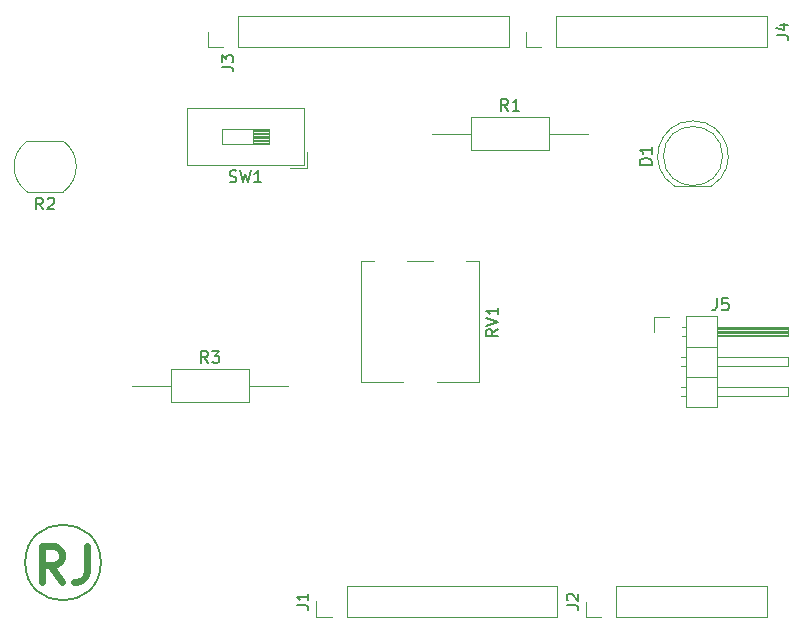
<source format=gbr>
%TF.GenerationSoftware,KiCad,Pcbnew,7.0.10*%
%TF.CreationDate,2024-09-09T18:41:44-04:00*%
%TF.ProjectId,Shield,53686965-6c64-42e6-9b69-6361645f7063,rev?*%
%TF.SameCoordinates,Original*%
%TF.FileFunction,Legend,Top*%
%TF.FilePolarity,Positive*%
%FSLAX46Y46*%
G04 Gerber Fmt 4.6, Leading zero omitted, Abs format (unit mm)*
G04 Created by KiCad (PCBNEW 7.0.10) date 2024-09-09 18:41:44*
%MOMM*%
%LPD*%
G01*
G04 APERTURE LIST*
%ADD10C,0.150000*%
%ADD11C,0.600000*%
%ADD12C,0.153000*%
%ADD13C,0.120000*%
G04 APERTURE END LIST*
D10*
X108412335Y-94285000D02*
G75*
G03*
X102001665Y-94285000I-3205335J0D01*
G01*
X102001665Y-94285000D02*
G75*
G03*
X108412335Y-94285000I3205335J0D01*
G01*
D11*
X105109307Y-95918657D02*
X104109307Y-94490085D01*
X103395021Y-95918657D02*
X103395021Y-92918657D01*
X103395021Y-92918657D02*
X104537878Y-92918657D01*
X104537878Y-92918657D02*
X104823593Y-93061514D01*
X104823593Y-93061514D02*
X104966450Y-93204371D01*
X104966450Y-93204371D02*
X105109307Y-93490085D01*
X105109307Y-93490085D02*
X105109307Y-93918657D01*
X105109307Y-93918657D02*
X104966450Y-94204371D01*
X104966450Y-94204371D02*
X104823593Y-94347228D01*
X104823593Y-94347228D02*
X104537878Y-94490085D01*
X104537878Y-94490085D02*
X103395021Y-94490085D01*
X107252164Y-92918657D02*
X107252164Y-95061514D01*
X107252164Y-95061514D02*
X107109307Y-95490085D01*
X107109307Y-95490085D02*
X106823593Y-95775800D01*
X106823593Y-95775800D02*
X106395021Y-95918657D01*
X106395021Y-95918657D02*
X106109307Y-95918657D01*
D12*
X165621663Y-49660333D02*
X166335948Y-49660333D01*
X166335948Y-49660333D02*
X166478805Y-49707952D01*
X166478805Y-49707952D02*
X166574044Y-49803190D01*
X166574044Y-49803190D02*
X166621663Y-49946047D01*
X166621663Y-49946047D02*
X166621663Y-50041285D01*
X165954996Y-48755571D02*
X166621663Y-48755571D01*
X165574044Y-48993666D02*
X166288329Y-49231761D01*
X166288329Y-49231761D02*
X166288329Y-48612714D01*
X118631663Y-52327333D02*
X119345948Y-52327333D01*
X119345948Y-52327333D02*
X119488805Y-52374952D01*
X119488805Y-52374952D02*
X119584044Y-52470190D01*
X119584044Y-52470190D02*
X119631663Y-52613047D01*
X119631663Y-52613047D02*
X119631663Y-52708285D01*
X118631663Y-51946380D02*
X118631663Y-51327333D01*
X118631663Y-51327333D02*
X119012615Y-51660666D01*
X119012615Y-51660666D02*
X119012615Y-51517809D01*
X119012615Y-51517809D02*
X119060234Y-51422571D01*
X119060234Y-51422571D02*
X119107853Y-51374952D01*
X119107853Y-51374952D02*
X119203091Y-51327333D01*
X119203091Y-51327333D02*
X119441186Y-51327333D01*
X119441186Y-51327333D02*
X119536424Y-51374952D01*
X119536424Y-51374952D02*
X119584044Y-51422571D01*
X119584044Y-51422571D02*
X119631663Y-51517809D01*
X119631663Y-51517809D02*
X119631663Y-51803523D01*
X119631663Y-51803523D02*
X119584044Y-51898761D01*
X119584044Y-51898761D02*
X119536424Y-51946380D01*
X147841663Y-97920333D02*
X148555948Y-97920333D01*
X148555948Y-97920333D02*
X148698805Y-97967952D01*
X148698805Y-97967952D02*
X148794044Y-98063190D01*
X148794044Y-98063190D02*
X148841663Y-98206047D01*
X148841663Y-98206047D02*
X148841663Y-98301285D01*
X147936901Y-97491761D02*
X147889282Y-97444142D01*
X147889282Y-97444142D02*
X147841663Y-97348904D01*
X147841663Y-97348904D02*
X147841663Y-97110809D01*
X147841663Y-97110809D02*
X147889282Y-97015571D01*
X147889282Y-97015571D02*
X147936901Y-96967952D01*
X147936901Y-96967952D02*
X148032139Y-96920333D01*
X148032139Y-96920333D02*
X148127377Y-96920333D01*
X148127377Y-96920333D02*
X148270234Y-96967952D01*
X148270234Y-96967952D02*
X148841663Y-97539380D01*
X148841663Y-97539380D02*
X148841663Y-96920333D01*
X124981663Y-97920333D02*
X125695948Y-97920333D01*
X125695948Y-97920333D02*
X125838805Y-97967952D01*
X125838805Y-97967952D02*
X125934044Y-98063190D01*
X125934044Y-98063190D02*
X125981663Y-98206047D01*
X125981663Y-98206047D02*
X125981663Y-98301285D01*
X125981663Y-96920333D02*
X125981663Y-97491761D01*
X125981663Y-97206047D02*
X124981663Y-97206047D01*
X124981663Y-97206047D02*
X125124520Y-97301285D01*
X125124520Y-97301285D02*
X125219758Y-97396523D01*
X125219758Y-97396523D02*
X125267377Y-97491761D01*
X117486333Y-77383663D02*
X117153000Y-76907472D01*
X116914905Y-77383663D02*
X116914905Y-76383663D01*
X116914905Y-76383663D02*
X117295857Y-76383663D01*
X117295857Y-76383663D02*
X117391095Y-76431282D01*
X117391095Y-76431282D02*
X117438714Y-76478901D01*
X117438714Y-76478901D02*
X117486333Y-76574139D01*
X117486333Y-76574139D02*
X117486333Y-76716996D01*
X117486333Y-76716996D02*
X117438714Y-76812234D01*
X117438714Y-76812234D02*
X117391095Y-76859853D01*
X117391095Y-76859853D02*
X117295857Y-76907472D01*
X117295857Y-76907472D02*
X116914905Y-76907472D01*
X117819667Y-76383663D02*
X118438714Y-76383663D01*
X118438714Y-76383663D02*
X118105381Y-76764615D01*
X118105381Y-76764615D02*
X118248238Y-76764615D01*
X118248238Y-76764615D02*
X118343476Y-76812234D01*
X118343476Y-76812234D02*
X118391095Y-76859853D01*
X118391095Y-76859853D02*
X118438714Y-76955091D01*
X118438714Y-76955091D02*
X118438714Y-77193186D01*
X118438714Y-77193186D02*
X118391095Y-77288424D01*
X118391095Y-77288424D02*
X118343476Y-77336044D01*
X118343476Y-77336044D02*
X118248238Y-77383663D01*
X118248238Y-77383663D02*
X117962524Y-77383663D01*
X117962524Y-77383663D02*
X117867286Y-77336044D01*
X117867286Y-77336044D02*
X117819667Y-77288424D01*
X155041663Y-60611094D02*
X154041663Y-60611094D01*
X154041663Y-60611094D02*
X154041663Y-60372999D01*
X154041663Y-60372999D02*
X154089282Y-60230142D01*
X154089282Y-60230142D02*
X154184520Y-60134904D01*
X154184520Y-60134904D02*
X154279758Y-60087285D01*
X154279758Y-60087285D02*
X154470234Y-60039666D01*
X154470234Y-60039666D02*
X154613091Y-60039666D01*
X154613091Y-60039666D02*
X154803567Y-60087285D01*
X154803567Y-60087285D02*
X154898805Y-60134904D01*
X154898805Y-60134904D02*
X154994044Y-60230142D01*
X154994044Y-60230142D02*
X155041663Y-60372999D01*
X155041663Y-60372999D02*
X155041663Y-60611094D01*
X155041663Y-59087285D02*
X155041663Y-59658713D01*
X155041663Y-59372999D02*
X154041663Y-59372999D01*
X154041663Y-59372999D02*
X154184520Y-59468237D01*
X154184520Y-59468237D02*
X154279758Y-59563475D01*
X154279758Y-59563475D02*
X154327377Y-59658713D01*
X160566666Y-71911663D02*
X160566666Y-72625948D01*
X160566666Y-72625948D02*
X160519047Y-72768805D01*
X160519047Y-72768805D02*
X160423809Y-72864044D01*
X160423809Y-72864044D02*
X160280952Y-72911663D01*
X160280952Y-72911663D02*
X160185714Y-72911663D01*
X161519047Y-71911663D02*
X161042857Y-71911663D01*
X161042857Y-71911663D02*
X160995238Y-72387853D01*
X160995238Y-72387853D02*
X161042857Y-72340234D01*
X161042857Y-72340234D02*
X161138095Y-72292615D01*
X161138095Y-72292615D02*
X161376190Y-72292615D01*
X161376190Y-72292615D02*
X161471428Y-72340234D01*
X161471428Y-72340234D02*
X161519047Y-72387853D01*
X161519047Y-72387853D02*
X161566666Y-72483091D01*
X161566666Y-72483091D02*
X161566666Y-72721186D01*
X161566666Y-72721186D02*
X161519047Y-72816424D01*
X161519047Y-72816424D02*
X161471428Y-72864044D01*
X161471428Y-72864044D02*
X161376190Y-72911663D01*
X161376190Y-72911663D02*
X161138095Y-72911663D01*
X161138095Y-72911663D02*
X161042857Y-72864044D01*
X161042857Y-72864044D02*
X160995238Y-72816424D01*
X119325167Y-62044044D02*
X119468024Y-62091663D01*
X119468024Y-62091663D02*
X119706119Y-62091663D01*
X119706119Y-62091663D02*
X119801357Y-62044044D01*
X119801357Y-62044044D02*
X119848976Y-61996424D01*
X119848976Y-61996424D02*
X119896595Y-61901186D01*
X119896595Y-61901186D02*
X119896595Y-61805948D01*
X119896595Y-61805948D02*
X119848976Y-61710710D01*
X119848976Y-61710710D02*
X119801357Y-61663091D01*
X119801357Y-61663091D02*
X119706119Y-61615472D01*
X119706119Y-61615472D02*
X119515643Y-61567853D01*
X119515643Y-61567853D02*
X119420405Y-61520234D01*
X119420405Y-61520234D02*
X119372786Y-61472615D01*
X119372786Y-61472615D02*
X119325167Y-61377377D01*
X119325167Y-61377377D02*
X119325167Y-61282139D01*
X119325167Y-61282139D02*
X119372786Y-61186901D01*
X119372786Y-61186901D02*
X119420405Y-61139282D01*
X119420405Y-61139282D02*
X119515643Y-61091663D01*
X119515643Y-61091663D02*
X119753738Y-61091663D01*
X119753738Y-61091663D02*
X119896595Y-61139282D01*
X120229929Y-61091663D02*
X120468024Y-62091663D01*
X120468024Y-62091663D02*
X120658500Y-61377377D01*
X120658500Y-61377377D02*
X120848976Y-62091663D01*
X120848976Y-62091663D02*
X121087072Y-61091663D01*
X121991833Y-62091663D02*
X121420405Y-62091663D01*
X121706119Y-62091663D02*
X121706119Y-61091663D01*
X121706119Y-61091663D02*
X121610881Y-61234520D01*
X121610881Y-61234520D02*
X121515643Y-61329758D01*
X121515643Y-61329758D02*
X121420405Y-61377377D01*
X142886333Y-56047663D02*
X142553000Y-55571472D01*
X142314905Y-56047663D02*
X142314905Y-55047663D01*
X142314905Y-55047663D02*
X142695857Y-55047663D01*
X142695857Y-55047663D02*
X142791095Y-55095282D01*
X142791095Y-55095282D02*
X142838714Y-55142901D01*
X142838714Y-55142901D02*
X142886333Y-55238139D01*
X142886333Y-55238139D02*
X142886333Y-55380996D01*
X142886333Y-55380996D02*
X142838714Y-55476234D01*
X142838714Y-55476234D02*
X142791095Y-55523853D01*
X142791095Y-55523853D02*
X142695857Y-55571472D01*
X142695857Y-55571472D02*
X142314905Y-55571472D01*
X143838714Y-56047663D02*
X143267286Y-56047663D01*
X143553000Y-56047663D02*
X143553000Y-55047663D01*
X143553000Y-55047663D02*
X143457762Y-55190520D01*
X143457762Y-55190520D02*
X143362524Y-55285758D01*
X143362524Y-55285758D02*
X143267286Y-55333377D01*
X103516333Y-64386663D02*
X103183000Y-63910472D01*
X102944905Y-64386663D02*
X102944905Y-63386663D01*
X102944905Y-63386663D02*
X103325857Y-63386663D01*
X103325857Y-63386663D02*
X103421095Y-63434282D01*
X103421095Y-63434282D02*
X103468714Y-63481901D01*
X103468714Y-63481901D02*
X103516333Y-63577139D01*
X103516333Y-63577139D02*
X103516333Y-63719996D01*
X103516333Y-63719996D02*
X103468714Y-63815234D01*
X103468714Y-63815234D02*
X103421095Y-63862853D01*
X103421095Y-63862853D02*
X103325857Y-63910472D01*
X103325857Y-63910472D02*
X102944905Y-63910472D01*
X103897286Y-63481901D02*
X103944905Y-63434282D01*
X103944905Y-63434282D02*
X104040143Y-63386663D01*
X104040143Y-63386663D02*
X104278238Y-63386663D01*
X104278238Y-63386663D02*
X104373476Y-63434282D01*
X104373476Y-63434282D02*
X104421095Y-63481901D01*
X104421095Y-63481901D02*
X104468714Y-63577139D01*
X104468714Y-63577139D02*
X104468714Y-63672377D01*
X104468714Y-63672377D02*
X104421095Y-63815234D01*
X104421095Y-63815234D02*
X103849667Y-64386663D01*
X103849667Y-64386663D02*
X104468714Y-64386663D01*
X142037663Y-74513238D02*
X141561472Y-74846571D01*
X142037663Y-75084666D02*
X141037663Y-75084666D01*
X141037663Y-75084666D02*
X141037663Y-74703714D01*
X141037663Y-74703714D02*
X141085282Y-74608476D01*
X141085282Y-74608476D02*
X141132901Y-74560857D01*
X141132901Y-74560857D02*
X141228139Y-74513238D01*
X141228139Y-74513238D02*
X141370996Y-74513238D01*
X141370996Y-74513238D02*
X141466234Y-74560857D01*
X141466234Y-74560857D02*
X141513853Y-74608476D01*
X141513853Y-74608476D02*
X141561472Y-74703714D01*
X141561472Y-74703714D02*
X141561472Y-75084666D01*
X141037663Y-74227523D02*
X142037663Y-73894190D01*
X142037663Y-73894190D02*
X141037663Y-73560857D01*
X142037663Y-72703714D02*
X142037663Y-73275142D01*
X142037663Y-72989428D02*
X141037663Y-72989428D01*
X141037663Y-72989428D02*
X141180520Y-73084666D01*
X141180520Y-73084666D02*
X141275758Y-73179904D01*
X141275758Y-73179904D02*
X141323377Y-73275142D01*
D13*
%TO.C,J4*%
X146990000Y-50657000D02*
X146990000Y-47997000D01*
X164830000Y-50657000D02*
X164830000Y-47997000D01*
X146990000Y-50657000D02*
X164830000Y-50657000D01*
X145720000Y-50657000D02*
X144390000Y-50657000D01*
X146990000Y-47997000D02*
X164830000Y-47997000D01*
X144390000Y-50657000D02*
X144390000Y-49327000D01*
%TO.C,J3*%
X118796000Y-50657000D02*
X117466000Y-50657000D01*
X120066000Y-47997000D02*
X142986000Y-47997000D01*
X120066000Y-50657000D02*
X142986000Y-50657000D01*
X117466000Y-50657000D02*
X117466000Y-49327000D01*
X120066000Y-50657000D02*
X120066000Y-47997000D01*
X142986000Y-50657000D02*
X142986000Y-47997000D01*
%TO.C,J2*%
X152070000Y-98917000D02*
X164830000Y-98917000D01*
X150800000Y-98917000D02*
X149470000Y-98917000D01*
X149470000Y-98917000D02*
X149470000Y-97587000D01*
X152070000Y-98917000D02*
X152070000Y-96257000D01*
X164830000Y-98917000D02*
X164830000Y-96257000D01*
X152070000Y-96257000D02*
X164830000Y-96257000D01*
%TO.C,J1*%
X129225000Y-98892000D02*
X129225000Y-96232000D01*
X147065000Y-98892000D02*
X147065000Y-96232000D01*
X129225000Y-98892000D02*
X147065000Y-98892000D01*
X127955000Y-98892000D02*
X126625000Y-98892000D01*
X129225000Y-96232000D02*
X147065000Y-96232000D01*
X126625000Y-98892000D02*
X126625000Y-97562000D01*
%TO.C,R3*%
X111073000Y-79299000D02*
X114383000Y-79299000D01*
X114383000Y-77929000D02*
X114383000Y-80669000D01*
X114383000Y-80669000D02*
X120923000Y-80669000D01*
X120923000Y-77929000D02*
X114383000Y-77929000D01*
X120923000Y-80669000D02*
X120923000Y-77929000D01*
X124233000Y-79299000D02*
X120923000Y-79299000D01*
%TO.C,D1*%
X157002000Y-62433000D02*
X160092000Y-62433000D01*
X158547462Y-56883001D02*
G75*
G03*
X157002170Y-62432999I-462J-2989999D01*
G01*
X160091830Y-62433000D02*
G75*
G03*
X158546538Y-56883000I-1544830J2560000D01*
G01*
X161047000Y-59873000D02*
G75*
G03*
X156047000Y-59873000I-2500000J0D01*
G01*
X156047000Y-59873000D02*
G75*
G03*
X161047000Y-59873000I2500000J0D01*
G01*
%TO.C,J5*%
X155245000Y-73457000D02*
X156515000Y-73457000D01*
X155245000Y-74727000D02*
X155245000Y-73457000D01*
X157557929Y-76887000D02*
X157955000Y-76887000D01*
X157557929Y-77647000D02*
X157955000Y-77647000D01*
X157557929Y-79427000D02*
X157955000Y-79427000D01*
X157557929Y-80187000D02*
X157955000Y-80187000D01*
X157625000Y-74347000D02*
X157955000Y-74347000D01*
X157625000Y-75107000D02*
X157955000Y-75107000D01*
X157955000Y-73397000D02*
X157955000Y-81137000D01*
X157955000Y-75997000D02*
X160615000Y-75997000D01*
X157955000Y-78537000D02*
X160615000Y-78537000D01*
X157955000Y-81137000D02*
X160615000Y-81137000D01*
X160615000Y-73397000D02*
X157955000Y-73397000D01*
X160615000Y-74347000D02*
X166615000Y-74347000D01*
X160615000Y-74407000D02*
X166615000Y-74407000D01*
X160615000Y-74527000D02*
X166615000Y-74527000D01*
X160615000Y-74647000D02*
X166615000Y-74647000D01*
X160615000Y-74767000D02*
X166615000Y-74767000D01*
X160615000Y-74887000D02*
X166615000Y-74887000D01*
X160615000Y-75007000D02*
X166615000Y-75007000D01*
X160615000Y-76887000D02*
X166615000Y-76887000D01*
X160615000Y-79427000D02*
X166615000Y-79427000D01*
X160615000Y-81137000D02*
X160615000Y-73397000D01*
X166615000Y-74347000D02*
X166615000Y-75107000D01*
X166615000Y-75107000D02*
X160615000Y-75107000D01*
X166615000Y-76887000D02*
X166615000Y-77647000D01*
X166615000Y-77647000D02*
X160615000Y-77647000D01*
X166615000Y-79427000D02*
X166615000Y-80187000D01*
X166615000Y-80187000D02*
X160615000Y-80187000D01*
%TO.C,SW1*%
X125848500Y-60877000D02*
X125848500Y-59494000D01*
X125848500Y-60877000D02*
X124464500Y-60877000D01*
X125608500Y-60637000D02*
X125608500Y-55797000D01*
X125608500Y-60637000D02*
X115708500Y-60637000D01*
X125608500Y-55797000D02*
X115708500Y-55797000D01*
X122688500Y-58852000D02*
X122688500Y-57582000D01*
X122688500Y-58732000D02*
X121335167Y-58732000D01*
X122688500Y-58612000D02*
X121335167Y-58612000D01*
X122688500Y-58492000D02*
X121335167Y-58492000D01*
X122688500Y-58372000D02*
X121335167Y-58372000D01*
X122688500Y-58252000D02*
X121335167Y-58252000D01*
X122688500Y-58132000D02*
X121335167Y-58132000D01*
X122688500Y-58012000D02*
X121335167Y-58012000D01*
X122688500Y-57892000D02*
X121335167Y-57892000D01*
X122688500Y-57772000D02*
X121335167Y-57772000D01*
X122688500Y-57652000D02*
X121335167Y-57652000D01*
X122688500Y-57582000D02*
X118628500Y-57582000D01*
X121335167Y-58852000D02*
X121335167Y-57582000D01*
X118628500Y-58852000D02*
X122688500Y-58852000D01*
X118628500Y-57582000D02*
X118628500Y-58852000D01*
X115708500Y-60637000D02*
X115708500Y-55797000D01*
%TO.C,R1*%
X136473000Y-57963000D02*
X139783000Y-57963000D01*
X139783000Y-56593000D02*
X139783000Y-59333000D01*
X139783000Y-59333000D02*
X146323000Y-59333000D01*
X146323000Y-56593000D02*
X139783000Y-56593000D01*
X146323000Y-59333000D02*
X146323000Y-56593000D01*
X149633000Y-57963000D02*
X146323000Y-57963000D01*
%TO.C,R2*%
X105233000Y-62907000D02*
X102183000Y-62907000D01*
X105233000Y-58607000D02*
X102183000Y-58607000D01*
X105211234Y-62922525D02*
G75*
G03*
X105233000Y-58607001I-1528234J2165525D01*
G01*
X102138487Y-58638751D02*
G75*
G03*
X102183000Y-62907000I1544513J-2118249D01*
G01*
%TO.C,RV1*%
X140454000Y-68798000D02*
X139359000Y-68798000D01*
X140454000Y-68798000D02*
X140454000Y-79038000D01*
X136507000Y-68798000D02*
X134358000Y-68798000D01*
X131508000Y-68798000D02*
X130413000Y-68798000D01*
X130413000Y-68798000D02*
X130413000Y-79038000D01*
X140454000Y-79038000D02*
X136858000Y-79038000D01*
X134008000Y-79038000D02*
X130413000Y-79038000D01*
%TD*%
M02*

</source>
